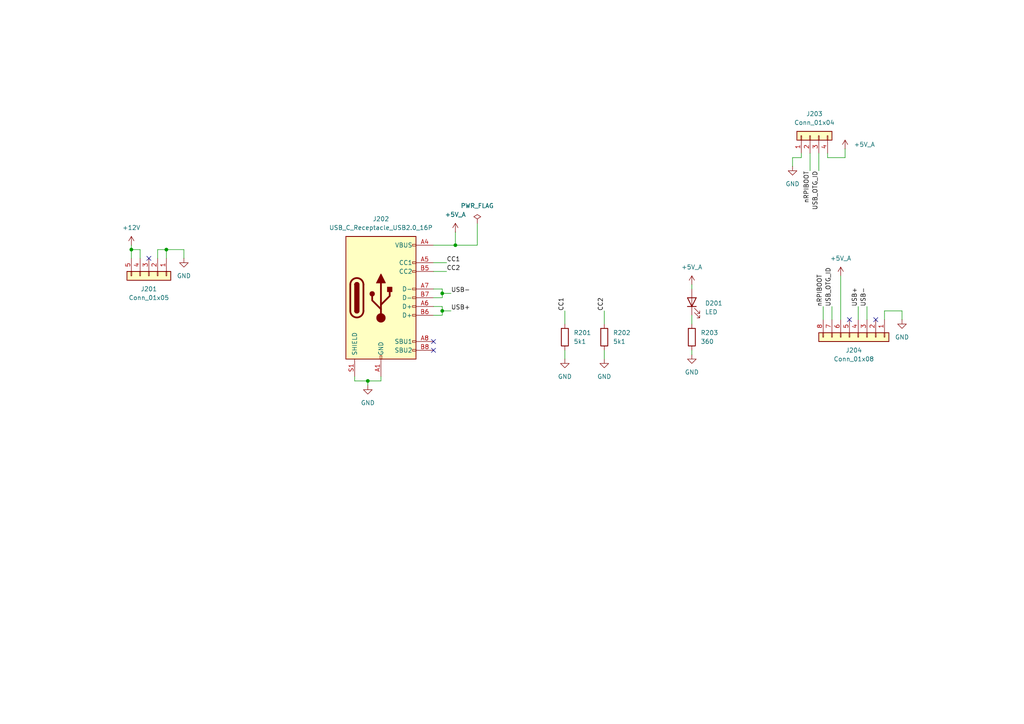
<source format=kicad_sch>
(kicad_sch (version 20231120) (generator "eeschema") (generator_version "8.0")
  (paper "A4")
  (title_block (title "Device Tester Connector") (rev "<<HASH>>") (company "Amateurfunkclub für Remote Stationen"))
  (lib_symbols
    (symbol "Connector:USB_C_Receptacle_USB2.0_16P" (pin_names (offset 1.016))
      (property "Reference" "J" (at 0 22.225 0))
      (property "Value" "USB_C_Receptacle_USB2.0_16P" (at 0 19.685 0))
      (symbol "USB_C_Receptacle_USB2.0_16P_0_0"
        (rectangle (start -0.254 -17.78) (end 0.254 -16.764))
        (rectangle (start 10.16 -14.986) (end 9.144 -15.494))
        (rectangle (start 10.16 -12.446) (end 9.144 -12.954))
        (rectangle (start 10.16 -4.826) (end 9.144 -5.334))
        (rectangle (start 10.16 -2.286) (end 9.144 -2.794))
        (rectangle (start 10.16 0.254) (end 9.144 -0.254))
        (rectangle (start 10.16 2.794) (end 9.144 2.286))
        (rectangle (start 10.16 7.874) (end 9.144 7.366))
        (rectangle (start 10.16 10.414) (end 9.144 9.906))
        (rectangle (start 10.16 15.494) (end 9.144 14.986))
      )
      (symbol "USB_C_Receptacle_USB2.0_16P_0_1"
        (rectangle (start -10.16 17.78) (end 10.16 -17.78) (stroke (width 0.254)) (fill (type background)))
        (arc (start -8.89 -3.81) (mid -6.985 -5.7067) (end -5.08 -3.81) (stroke (width 0.508)))
        (arc (start -7.62 -3.81) (mid -6.985 -4.4423) (end -6.35 -3.81) (stroke (width 0.254)))
        (arc (start -7.62 -3.81) (mid -6.985 -4.4423) (end -6.35 -3.81) (stroke (width 0.254)) (fill (type outline)))
        (rectangle (start -7.62 -3.81) (end -6.35 3.81) (stroke (width 0.254)) (fill (type outline)))
        (arc (start -6.35 3.81) (mid -6.985 4.4423) (end -7.62 3.81) (stroke (width 0.254)))
        (arc (start -6.35 3.81) (mid -6.985 4.4423) (end -7.62 3.81) (stroke (width 0.254)) (fill (type outline)))
        (arc (start -5.08 3.81) (mid -6.985 5.7067) (end -8.89 3.81) (stroke (width 0.508)))
        (circle (center -2.54 1.143) (radius 0.635) (stroke (width 0.254)) (fill (type outline)))
        (circle (center 0 -5.842) (radius 1.27) (fill (type outline)))
        (polyline (pts (xy -8.89 -3.81) (xy -8.89 3.81)) (stroke (width 0.508)))
        (polyline (pts (xy -5.08 3.81) (xy -5.08 -3.81)) (stroke (width 0.508)))
        (polyline (pts (xy 0 -5.842) (xy 0 4.318)) (stroke (width 0.508)))
        (polyline (pts (xy 0 -3.302) (xy -2.54 -0.762) (xy -2.54 0.508)) (stroke (width 0.508)))
        (polyline (pts (xy 0 -2.032) (xy 2.54 0.508) (xy 2.54 1.778)) (stroke (width 0.508)))
        (polyline (pts (xy -1.27 4.318) (xy 0 6.858) (xy 1.27 4.318) (xy -1.27 4.318)) (stroke (width 0.254)) (fill (type outline)))
        (rectangle (start 1.905 1.778) (end 3.175 3.048) (stroke (width 0.254)) (fill (type outline)))
      )
      (symbol "USB_C_Receptacle_USB2.0_16P_1_1"
        (pin passive line (at 0 -22.86 90) (length 5.08) (name "GND") (number "A1"))
        (pin passive line (at 0 -22.86 90) (length 5.08) hide (name "GND") (number "A12"))
        (pin passive line (at 15.24 15.24 180) (length 5.08) (name "VBUS") (number "A4"))
        (pin bidirectional line (at 15.24 10.16 180) (length 5.08) (name "CC1") (number "A5"))
        (pin bidirectional line (at 15.24 -2.54 180) (length 5.08) (name "D+") (number "A6"))
        (pin bidirectional line (at 15.24 2.54 180) (length 5.08) (name "D-") (number "A7"))
        (pin bidirectional line (at 15.24 -12.7 180) (length 5.08) (name "SBU1") (number "A8"))
        (pin passive line (at 15.24 15.24 180) (length 5.08) hide (name "VBUS") (number "A9"))
        (pin passive line (at 0 -22.86 90) (length 5.08) hide (name "GND") (number "B1"))
        (pin passive line (at 0 -22.86 90) (length 5.08) hide (name "GND") (number "B12"))
        (pin passive line (at 15.24 15.24 180) (length 5.08) hide (name "VBUS") (number "B4"))
        (pin bidirectional line (at 15.24 7.62 180) (length 5.08) (name "CC2") (number "B5"))
        (pin bidirectional line (at 15.24 -5.08 180) (length 5.08) (name "D+") (number "B6"))
        (pin bidirectional line (at 15.24 0 180) (length 5.08) (name "D-") (number "B7"))
        (pin bidirectional line (at 15.24 -15.24 180) (length 5.08) (name "SBU2") (number "B8"))
        (pin passive line (at 15.24 15.24 180) (length 5.08) hide (name "VBUS") (number "B9"))
        (pin passive line (at -7.62 -22.86 90) (length 5.08) (name "SHIELD") (number "S1"))
      )
    )
    (symbol "Connector_Generic:Conn_01x04" (pin_names (offset 1.016) hide)
      (property "Reference" "J" (at 0 5.08 0))
      (property "Value" "Conn_01x04" (at 0 -7.62 0))
      (symbol "Conn_01x04_1_1"
        (rectangle (start -1.27 -4.953) (end 0 -5.207) (stroke (width 0.1524)))
        (rectangle (start -1.27 -2.413) (end 0 -2.667) (stroke (width 0.1524)))
        (rectangle (start -1.27 0.127) (end 0 -0.127) (stroke (width 0.1524)))
        (rectangle (start -1.27 2.667) (end 0 2.413) (stroke (width 0.1524)))
        (rectangle (start -1.27 3.81) (end 1.27 -6.35) (stroke (width 0.254)) (fill (type background)))
        (pin passive line (at -5.08 2.54 0) (length 3.81) (name "Pin_1") (number "1"))
        (pin passive line (at -5.08 0 0) (length 3.81) (name "Pin_2") (number "2"))
        (pin passive line (at -5.08 -2.54 0) (length 3.81) (name "Pin_3") (number "3"))
        (pin passive line (at -5.08 -5.08 0) (length 3.81) (name "Pin_4") (number "4"))
      )
    )
    (symbol "Connector_Generic:Conn_01x05" (pin_names (offset 1.016) hide)
      (property "Reference" "J" (at 0 7.62 0))
      (property "Value" "Conn_01x05" (at 0 -7.62 0))
      (symbol "Conn_01x05_1_1"
        (rectangle (start -1.27 -4.953) (end 0 -5.207) (stroke (width 0.1524)))
        (rectangle (start -1.27 -2.413) (end 0 -2.667) (stroke (width 0.1524)))
        (rectangle (start -1.27 0.127) (end 0 -0.127) (stroke (width 0.1524)))
        (rectangle (start -1.27 2.667) (end 0 2.413) (stroke (width 0.1524)))
        (rectangle (start -1.27 5.207) (end 0 4.953) (stroke (width 0.1524)))
        (rectangle (start -1.27 6.35) (end 1.27 -6.35) (stroke (width 0.254)) (fill (type background)))
        (pin passive line (at -5.08 5.08 0) (length 3.81) (name "Pin_1") (number "1"))
        (pin passive line (at -5.08 2.54 0) (length 3.81) (name "Pin_2") (number "2"))
        (pin passive line (at -5.08 0 0) (length 3.81) (name "Pin_3") (number "3"))
        (pin passive line (at -5.08 -2.54 0) (length 3.81) (name "Pin_4") (number "4"))
        (pin passive line (at -5.08 -5.08 0) (length 3.81) (name "Pin_5") (number "5"))
      )
    )
    (symbol "Connector_Generic:Conn_01x08" (pin_names (offset 1.016) hide)
      (property "Reference" "J" (at 0 10.16 0))
      (property "Value" "Conn_01x08" (at 0 -12.7 0))
      (symbol "Conn_01x08_1_1"
        (rectangle (start -1.27 -10.033) (end 0 -10.287) (stroke (width 0.1524)))
        (rectangle (start -1.27 -7.493) (end 0 -7.747) (stroke (width 0.1524)))
        (rectangle (start -1.27 -4.953) (end 0 -5.207) (stroke (width 0.1524)))
        (rectangle (start -1.27 -2.413) (end 0 -2.667) (stroke (width 0.1524)))
        (rectangle (start -1.27 0.127) (end 0 -0.127) (stroke (width 0.1524)))
        (rectangle (start -1.27 2.667) (end 0 2.413) (stroke (width 0.1524)))
        (rectangle (start -1.27 5.207) (end 0 4.953) (stroke (width 0.1524)))
        (rectangle (start -1.27 7.747) (end 0 7.493) (stroke (width 0.1524)))
        (rectangle (start -1.27 8.89) (end 1.27 -11.43) (stroke (width 0.254)) (fill (type background)))
        (pin passive line (at -5.08 7.62 0) (length 3.81) (name "Pin_1") (number "1"))
        (pin passive line (at -5.08 5.08 0) (length 3.81) (name "Pin_2") (number "2"))
        (pin passive line (at -5.08 2.54 0) (length 3.81) (name "Pin_3") (number "3"))
        (pin passive line (at -5.08 0 0) (length 3.81) (name "Pin_4") (number "4"))
        (pin passive line (at -5.08 -2.54 0) (length 3.81) (name "Pin_5") (number "5"))
        (pin passive line (at -5.08 -5.08 0) (length 3.81) (name "Pin_6") (number "6"))
        (pin passive line (at -5.08 -7.62 0) (length 3.81) (name "Pin_7") (number "7"))
        (pin passive line (at -5.08 -10.16 0) (length 3.81) (name "Pin_8") (number "8"))
      )
    )
    (symbol "Device:LED" (pin_numbers hide) (pin_names (offset 1.016) hide)
      (property "Reference" "D" (at 0 2.54 0))
      (property "Value" "LED" (at 0 -2.54 0))
      (symbol "LED_0_1"
        (polyline (pts (xy -1.27 -1.27) (xy -1.27 1.27)) (stroke (width 0.254)))
        (polyline (pts (xy -1.27 0) (xy 1.27 0)))
        (polyline (pts (xy 1.27 -1.27) (xy 1.27 1.27) (xy -1.27 0) (xy 1.27 -1.27)) (stroke (width 0.254)))
        (polyline (pts (xy -3.048 -0.762) (xy -4.572 -2.286) (xy -3.81 -2.286) (xy -4.572 -2.286) (xy -4.572 -1.524)))
        (polyline (pts (xy -1.778 -0.762) (xy -3.302 -2.286) (xy -2.54 -2.286) (xy -3.302 -2.286) (xy -3.302 -1.524)))
      )
      (symbol "LED_1_1"
        (pin passive line (at -3.81 0 0) (length 2.54) (name "K") (number "1"))
        (pin passive line (at 3.81 0 180) (length 2.54) (name "A") (number "2"))
      )
    )
    (symbol "Device:R" (pin_numbers hide) (pin_names (offset 0))
      (property "Reference" "R" (at 2.032 0 90))
      (property "Value" "R" (at 0 0 90))
      (symbol "R_0_1"
        (rectangle (start -1.016 -2.54) (end 1.016 2.54) (stroke (width 0.254)))
      )
      (symbol "R_1_1"
        (pin passive line (at 0 3.81 270) (length 1.27) (name "~") (number "1"))
        (pin passive line (at 0 -3.81 90) (length 1.27) (name "~") (number "2"))
      )
    )
    (symbol "power:+12V" (power) (pin_numbers hide) (pin_names (offset 0) hide)
      (property "Value" "+12V" (at 0 3.556 0))
      (symbol "+12V_0_1"
        (polyline (pts (xy -0.762 1.27) (xy 0 2.54)))
        (polyline (pts (xy 0 0) (xy 0 2.54)))
        (polyline (pts (xy 0 2.54) (xy 0.762 1.27)))
      )
      (symbol "+12V_1_1"
        (pin power_in line (at 0 0 90) (length 0) (name "~") (number "1"))
      )
    )
    (symbol "power:+5V" (power) (pin_numbers hide) (pin_names (offset 0) hide)
      (property "Value" "+5V" (at 0 3.556 0))
      (symbol "+5V_0_1"
        (polyline (pts (xy -0.762 1.27) (xy 0 2.54)))
        (polyline (pts (xy 0 0) (xy 0 2.54)))
        (polyline (pts (xy 0 2.54) (xy 0.762 1.27)))
      )
      (symbol "+5V_1_1"
        (pin power_in line (at 0 0 90) (length 0) (name "~") (number "1"))
      )
    )
    (symbol "power:GND" (power) (pin_numbers hide) (pin_names (offset 0) hide)
      (property "Value" "GND" (at 0 -3.81 0))
      (symbol "GND_0_1"
        (polyline (pts (xy 0 0) (xy 0 -1.27) (xy 1.27 -1.27) (xy 0 -2.54) (xy -1.27 -1.27) (xy 0 -1.27)))
      )
      (symbol "GND_1_1"
        (pin power_in line (at 0 0 270) (length 0) (name "~") (number "1"))
      )
    )
    (symbol "power:PWR_FLAG" (power) (pin_numbers hide) (pin_names (offset 0) hide)
      (property "Value" "PWR_FLAG" (at 0 3.81 0))
      (symbol "PWR_FLAG_0_0"
        (pin power_out line (at 0 0 90) (length 0) (name "~") (number "1"))
      )
      (symbol "PWR_FLAG_0_1"
        (polyline (pts (xy 0 0) (xy 0 1.27) (xy -1.016 1.905) (xy 0 2.54) (xy 1.016 1.905) (xy 0 1.27)))
      )
    )
  )
  (junction (at 128.27 85.09))
  (junction (at 106.68 110.49))
  (junction (at 132.08 71.12))
  (junction (at 128.27 90.17))
  (junction (at 38.1 72.39))
  (junction (at 48.26 72.39))
  (no_connect (at 125.73 101.6))
  (no_connect (at 246.38 92.71))
  (no_connect (at 43.18 74.93))
  (no_connect (at 254 92.71))
  (no_connect (at 125.73 99.06))
  (wire (pts (xy 128.27 83.82) (xy 128.27 85.09)))
  (wire (pts (xy 234.95 44.45) (xy 234.95 49.53)))
  (wire (pts (xy 106.68 110.49) (xy 106.68 111.76)))
  (wire (pts (xy 240.03 45.72) (xy 240.03 44.45)))
  (wire (pts (xy 245.11 45.72) (xy 240.03 45.72)))
  (wire (pts (xy 128.27 90.17) (xy 130.81 90.17)))
  (wire (pts (xy 48.26 72.39) (xy 53.34 72.39)))
  (wire (pts (xy 138.43 71.12) (xy 132.08 71.12)))
  (wire (pts (xy 200.66 91.44) (xy 200.66 93.98)))
  (wire (pts (xy 110.49 109.22) (xy 110.49 110.49)))
  (wire (pts (xy 132.08 71.12) (xy 132.08 67.31)))
  (wire (pts (xy 232.41 45.72) (xy 232.41 44.45)))
  (wire (pts (xy 125.73 88.9) (xy 128.27 88.9)))
  (wire (pts (xy 200.66 82.55) (xy 200.66 83.82)))
  (wire (pts (xy 241.3 88.9) (xy 241.3 92.71)))
  (wire (pts (xy 238.76 88.9) (xy 238.76 92.71)))
  (wire (pts (xy 102.87 109.22) (xy 102.87 110.49)))
  (wire (pts (xy 38.1 72.39) (xy 40.64 72.39)))
  (wire (pts (xy 251.46 88.9) (xy 251.46 92.71)))
  (wire (pts (xy 38.1 71.12) (xy 38.1 72.39)))
  (wire (pts (xy 229.87 45.72) (xy 232.41 45.72)))
  (wire (pts (xy 138.43 64.77) (xy 138.43 71.12)))
  (wire (pts (xy 125.73 91.44) (xy 128.27 91.44)))
  (wire (pts (xy 125.73 76.2) (xy 129.54 76.2)))
  (wire (pts (xy 229.87 45.72) (xy 229.87 48.26)))
  (wire (pts (xy 200.66 101.6) (xy 200.66 102.87)))
  (wire (pts (xy 128.27 85.09) (xy 130.81 85.09)))
  (wire (pts (xy 243.84 80.01) (xy 243.84 92.71)))
  (wire (pts (xy 106.68 110.49) (xy 110.49 110.49)))
  (wire (pts (xy 45.72 74.93) (xy 45.72 72.39)))
  (wire (pts (xy 125.73 83.82) (xy 128.27 83.82)))
  (wire (pts (xy 53.34 72.39) (xy 53.34 74.93)))
  (wire (pts (xy 45.72 72.39) (xy 48.26 72.39)))
  (wire (pts (xy 175.26 90.17) (xy 175.26 93.98)))
  (wire (pts (xy 125.73 78.74) (xy 129.54 78.74)))
  (wire (pts (xy 175.26 101.6) (xy 175.26 104.14)))
  (wire (pts (xy 125.73 86.36) (xy 128.27 86.36)))
  (wire (pts (xy 128.27 90.17) (xy 128.27 91.44)))
  (wire (pts (xy 256.54 92.71) (xy 256.54 90.17)))
  (wire (pts (xy 102.87 110.49) (xy 106.68 110.49)))
  (wire (pts (xy 261.62 90.17) (xy 261.62 92.71)))
  (wire (pts (xy 248.92 88.9) (xy 248.92 92.71)))
  (wire (pts (xy 237.49 44.45) (xy 237.49 49.53)))
  (wire (pts (xy 245.11 45.72) (xy 245.11 43.18)))
  (wire (pts (xy 163.83 90.17) (xy 163.83 93.98)))
  (wire (pts (xy 256.54 90.17) (xy 261.62 90.17)))
  (wire (pts (xy 163.83 101.6) (xy 163.83 104.14)))
  (wire (pts (xy 40.64 74.93) (xy 40.64 72.39)))
  (wire (pts (xy 125.73 71.12) (xy 132.08 71.12)))
  (wire (pts (xy 128.27 86.36) (xy 128.27 85.09)))
  (wire (pts (xy 38.1 72.39) (xy 38.1 74.93)))
  (wire (pts (xy 48.26 74.93) (xy 48.26 72.39)))
  (wire (pts (xy 128.27 88.9) (xy 128.27 90.17)))
  (label "nRPIBOOT" (at 238.76 88.9 90))
  (label "USB-" (at 130.81 85.09 0))
  (label "nRPIBOOT" (at 234.95 49.53 270))
  (label "CC1" (at 129.54 76.2 0))
  (label "CC2" (at 175.26 90.17 90))
  (label "CC1" (at 163.83 90.17 90))
  (label "USB+" (at 130.81 90.17 0))
  (label "CC2" (at 129.54 78.74 0))
  (label "USB-" (at 251.46 88.9 90))
  (label "USB+" (at 248.92 88.9 90))
  (label "USB_OTG_ID" (at 241.3 88.9 90))
  (label "USB_OTG_ID" (at 237.49 49.53 270))
  (symbol (lib_id "power:+12V") (at 200.66 82.55 0) (unit 1)
    (property "Reference" "#PWR0207" (effects (hide yes)))
    (property "Value" "+5V_A" (at 200.66 77.47 0))
    (property "Description" "Power symbol creates a global label with name \"+5V\"" (effects (hide yes)))
  )
  (symbol (lib_id "Device:LED") (at 200.66 87.63 90) (unit 1)
    (property "Reference" "D201" (at 204.47 87.9474 90) (effects (justify right)))
    (property "Value" "LED" (at 204.47 90.4874 90) (effects (justify right)))
    (property "Footprint" "LED_SMD:LED_0805_2012Metric" (effects (hide yes)))
    (property "Description" "Light emitting diode" (effects (hide yes)))
  )
  (symbol (lib_id "power:GND") (at 200.66 102.87 0) (unit 1)
    (property "Reference" "#PWR0208" (effects (hide yes)))
    (property "Value" "GND" (at 200.66 107.95 0))
    (property "Description" "Power symbol creates a global label with name \"GND\" , ground" (effects (hide yes)))
  )
  (symbol (lib_id "power:GND") (at 175.26 104.14 0) (unit 1)
    (property "Reference" "#PWR0206" (effects (hide yes)))
    (property "Value" "GND" (at 175.26 109.22 0))
    (property "Description" "Power symbol creates a global label with name \"GND\" , ground" (effects (hide yes)))
  )
  (symbol (lib_id "power:GND") (at 106.68 111.76 0) (unit 1)
    (property "Reference" "#PWR0203" (effects (hide yes)))
    (property "Value" "GND" (at 106.68 116.84 0))
    (property "Description" "Power symbol creates a global label with name \"GND\" , ground" (effects (hide yes)))
  )
  (symbol (lib_id "power:PWR_FLAG") (at 138.43 64.77 0) (unit 1)
    (property "Reference" "#FLG0201" (effects (hide yes)))
    (property "Value" "PWR_FLAG" (at 138.43 59.69 0))
    (property "Description" "Special symbol for telling ERC where power comes from" (effects (hide yes)))
  )
  (symbol (lib_id "power:GND") (at 163.83 104.14 0) (unit 1)
    (property "Reference" "#PWR0205" (effects (hide yes)))
    (property "Value" "GND" (at 163.83 109.22 0))
    (property "Description" "Power symbol creates a global label with name \"GND\" , ground" (effects (hide yes)))
  )
  (symbol (lib_id "Device:R") (at 163.83 97.79 0) (unit 1)
    (property "Reference" "R201" (at 166.37 96.5199 0) (effects (justify left)))
    (property "Value" "5k1" (at 166.37 99.0599 0) (effects (justify left)))
    (property "Footprint" "Resistor_SMD:R_0805_2012Metric" (effects (hide yes)))
    (property "Description" "Resistor" (effects (hide yes)))
  )
  (symbol (lib_id "Connector:USB_C_Receptacle_USB2.0_16P") (at 110.49 86.36 0) (unit 1)
    (property "Reference" "J202" (at 110.49 63.5 0))
    (property "Value" "USB_C_Receptacle_USB2.0_16P" (at 110.49 66.04 0))
    (property "Footprint" "Connector_USB:USB_C_Receptacle_G-Switch_GT-USB-7010ASV" (effects (hide yes)))
    (property "Datasheet" "https://www.usb.org/sites/default/files/documents/usb_type-c.zip" (effects (hide yes)))
    (property "Description" "USB 2.0-only 16P Type-C Receptacle connector" (effects (hide yes)))
    (property "LCSC" "C2988369" (effects (hide yes)))
  )
  (symbol (lib_id "Device:R") (at 175.26 97.79 0) (unit 1)
    (property "Reference" "R202" (at 177.8 96.5199 0) (effects (justify left)))
    (property "Value" "5k1" (at 177.8 99.0599 0) (effects (justify left)))
    (property "Footprint" "Resistor_SMD:R_0805_2012Metric" (effects (hide yes)))
    (property "Description" "Resistor" (effects (hide yes)))
  )
  (symbol (lib_id "power:+5V") (at 243.84 80.01 0) (unit 1)
    (property "Reference" "#PWR0210" (effects (hide yes)))
    (property "Value" "+5V_A" (at 243.84 74.93 0))
    (property "Description" "Power symbol creates a global label with name \"+5V\"" (effects (hide yes)))
  )
  (symbol (lib_id "Connector_Generic:Conn_01x05") (at 43.18 80.01 270) (unit 1)
    (property "Reference" "J201" (at 43.18 83.82 90))
    (property "Value" "Conn_01x05" (at 43.18 86.36 90))
    (property "Footprint" "Connector_PinSocket_2.54mm:PinSocket_1x05_P2.54mm_Horizontal" (effects (hide yes)))
    (property "Description" "Generic connector, single row, 01x05, script generated (kicad-library-utils/schlib/autogen/connector/)" (effects (hide yes)))
  )
  (symbol (lib_id "power:GND") (at 53.34 74.93 0) (unit 1)
    (property "Reference" "#PWR0202" (effects (hide yes)))
    (property "Value" "GND" (at 53.34 80.01 0))
    (property "Description" "Power symbol creates a global label with name \"GND\" , ground" (effects (hide yes)))
  )
  (symbol (lib_id "Device:R") (at 200.66 97.79 0) (unit 1)
    (property "Reference" "R203" (at 203.2 96.5199 0) (effects (justify left)))
    (property "Value" "360" (at 203.2 99.0599 0) (effects (justify left)))
    (property "Footprint" "Resistor_SMD:R_0805_2012Metric" (effects (hide yes)))
    (property "Description" "Resistor" (effects (hide yes)))
  )
  (symbol (lib_id "power:+5V") (at 245.11 43.18 0) (unit 1)
    (property "Reference" "#PWR0211" (effects (hide yes)))
    (property "Value" "+5V_A" (at 247.65 41.9099 0) (effects (justify left)))
    (property "Description" "Power symbol creates a global label with name \"+5V\"" (effects (hide yes)))
  )
  (symbol (lib_id "power:+5V") (at 132.08 67.31 0) (unit 1)
    (property "Reference" "#PWR0204" (effects (hide yes)))
    (property "Value" "+5V_A" (at 132.08 62.23 0))
    (property "Description" "Power symbol creates a global label with name \"+5V\"" (effects (hide yes)))
  )
  (symbol (lib_id "power:+12V") (at 38.1 71.12 0) (unit 1)
    (property "Reference" "#PWR0201" (effects (hide yes)))
    (property "Value" "+12V" (at 38.1 66.04 0))
    (property "Description" "Power symbol creates a global label with name \"+12V\"" (effects (hide yes)))
  )
  (symbol (lib_id "Connector_Generic:Conn_01x08") (at 248.92 97.79 270) (unit 1)
    (property "Reference" "J204" (at 247.65 101.6 90))
    (property "Value" "Conn_01x08" (at 247.65 104.14 90))
    (property "Footprint" "Connector_PinSocket_2.54mm:PinSocket_1x08_P2.54mm_Horizontal" (effects (hide yes)))
    (property "Description" "Generic connector, single row, 01x08, script generated (kicad-library-utils/schlib/autogen/connector/)" (effects (hide yes)))
  )
  (symbol (lib_id "Connector_Generic:Conn_01x04") (at 234.95 39.37 90) (unit 1)
    (property "Reference" "J203" (at 236.22 33.02 90))
    (property "Value" "Conn_01x04" (at 236.22 35.56 90))
    (property "Footprint" "Connector_PinHeader_2.54mm:PinHeader_1x04_P2.54mm_Vertical" (effects (hide yes)))
    (property "Description" "Generic connector, single row, 01x04, script generated (kicad-library-utils/schlib/autogen/connector/)" (effects (hide yes)))
  )
  (symbol (lib_id "power:GND") (at 229.87 48.26 0) (unit 1)
    (property "Reference" "#PWR0209" (effects (hide yes)))
    (property "Value" "GND" (at 229.87 53.34 0))
    (property "Description" "Power symbol creates a global label with name \"GND\" , ground" (effects (hide yes)))
  )
  (symbol (lib_id "power:GND") (at 261.62 92.71 0) (unit 1)
    (property "Reference" "#PWR0212" (effects (hide yes)))
    (property "Value" "GND" (at 261.62 97.79 0))
    (property "Description" "Power symbol creates a global label with name \"GND\" , ground" (effects (hide yes)))
  )
)
</source>
